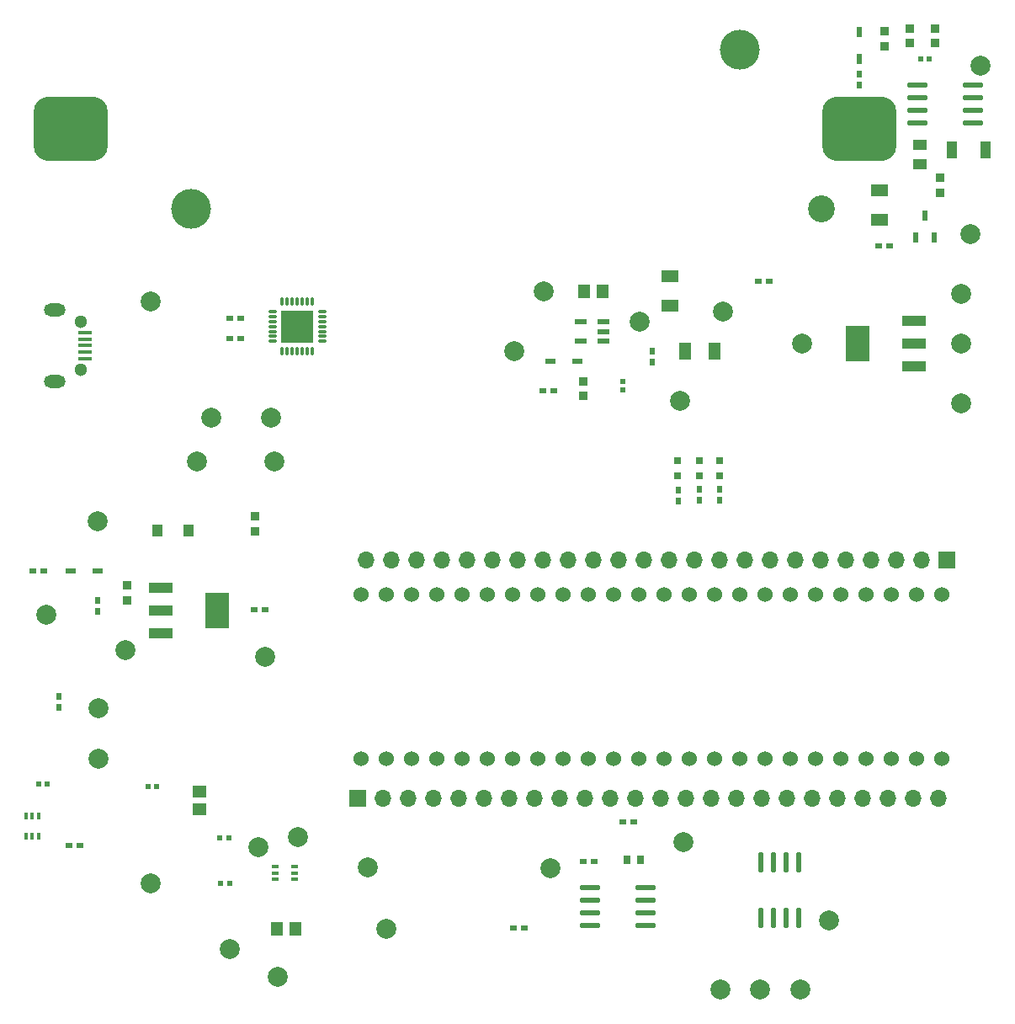
<source format=gts>
%TF.GenerationSoftware,KiCad,Pcbnew,(7.0.0)*%
%TF.CreationDate,2023-04-03T13:20:19+02:00*%
%TF.ProjectId,SCHEMATICS,53434845-4d41-4544-9943-532e6b696361,rev?*%
%TF.SameCoordinates,Original*%
%TF.FileFunction,Soldermask,Top*%
%TF.FilePolarity,Negative*%
%FSLAX46Y46*%
G04 Gerber Fmt 4.6, Leading zero omitted, Abs format (unit mm)*
G04 Created by KiCad (PCBNEW (7.0.0)) date 2023-04-03 13:20:19*
%MOMM*%
%LPD*%
G01*
G04 APERTURE LIST*
G04 Aperture macros list*
%AMRoundRect*
0 Rectangle with rounded corners*
0 $1 Rounding radius*
0 $2 $3 $4 $5 $6 $7 $8 $9 X,Y pos of 4 corners*
0 Add a 4 corners polygon primitive as box body*
4,1,4,$2,$3,$4,$5,$6,$7,$8,$9,$2,$3,0*
0 Add four circle primitives for the rounded corners*
1,1,$1+$1,$2,$3*
1,1,$1+$1,$4,$5*
1,1,$1+$1,$6,$7*
1,1,$1+$1,$8,$9*
0 Add four rect primitives between the rounded corners*
20,1,$1+$1,$2,$3,$4,$5,0*
20,1,$1+$1,$4,$5,$6,$7,0*
20,1,$1+$1,$6,$7,$8,$9,0*
20,1,$1+$1,$8,$9,$2,$3,0*%
G04 Aperture macros list end*
%ADD10R,0.700000X0.600000*%
%ADD11C,2.000000*%
%ADD12R,1.450000X1.150000*%
%ADD13C,1.524000*%
%ADD14R,1.207518X1.701016*%
%ADD15R,0.600000X0.700000*%
%ADD16R,1.400000X0.400000*%
%ADD17C,1.300000*%
%ADD18O,2.200000X1.300000*%
%ADD19R,0.565659X0.540005*%
%ADD20R,0.350013X0.780010*%
%ADD21R,1.100000X1.700000*%
%ADD22R,0.864008X0.806477*%
%ADD23R,0.540005X0.565659*%
%ADD24R,1.000000X0.600000*%
%ADD25R,0.970000X0.920000*%
%ADD26R,1.156998X0.489992*%
%ADD27R,1.175006X0.489992*%
%ADD28R,1.000000X1.200000*%
%ADD29R,0.532004X1.070003*%
%ADD30R,2.470003X0.980010*%
%ADD31R,2.470003X3.600000*%
%ADD32R,0.800000X0.800000*%
%ADD33R,0.800000X0.900000*%
%ADD34R,1.377013X1.132537*%
%ADD35R,1.701016X1.207518*%
%ADD36O,0.588011X2.045009*%
%ADD37O,2.045009X0.588011*%
%ADD38R,1.150000X1.450000*%
%ADD39R,0.600000X1.000000*%
%ADD40R,1.700000X1.700000*%
%ADD41O,1.700000X1.700000*%
%ADD42C,4.000000*%
%ADD43C,2.700000*%
%ADD44RoundRect,1.625000X-2.125000X-1.625000X2.125000X-1.625000X2.125000X1.625000X-2.125000X1.625000X0*%
%ADD45O,0.900000X0.280010*%
%ADD46O,0.280010X0.900000*%
%ADD47R,3.200000X3.200000*%
%ADD48R,0.780010X0.350013*%
G04 APERTURE END LIST*
D10*
%TO.C,R33*%
X147978915Y-133068503D03*
X149078915Y-133068503D03*
%TD*%
D11*
%TO.C,TP8*%
X116969711Y-92799975D03*
%TD*%
%TO.C,TP24*%
X104499111Y-76750000D03*
%TD*%
D12*
%TO.C,C4*%
X109409999Y-127829999D03*
X109409999Y-126029999D03*
%TD*%
D11*
%TO.C,TP36*%
X126306274Y-133612033D03*
%TD*%
%TO.C,TP4*%
X153726500Y-78753538D03*
%TD*%
D10*
%TO.C,R28*%
X112477999Y-78422253D03*
X113577999Y-78422253D03*
%TD*%
D13*
%TO.C,U8*%
X184126500Y-106193500D03*
X181586500Y-106193500D03*
X179046500Y-106193500D03*
X176506500Y-106193500D03*
X173966500Y-106193500D03*
X171426500Y-106193500D03*
X168886500Y-106193500D03*
X166346500Y-106193500D03*
X163806500Y-106193500D03*
X161266500Y-106193500D03*
X158726500Y-106193500D03*
X156186500Y-106193500D03*
X153646500Y-106193500D03*
X151106500Y-106193500D03*
X148566500Y-106193500D03*
X146026500Y-106193500D03*
X143486500Y-106193500D03*
X140946500Y-106193500D03*
X138406500Y-106193500D03*
X135866500Y-106193500D03*
X133326500Y-106193500D03*
X130786500Y-106193500D03*
X128246500Y-106193500D03*
X125706500Y-106193500D03*
X125706500Y-122703500D03*
X128246500Y-122703500D03*
X130786500Y-122703500D03*
X133326500Y-122703500D03*
X135866500Y-122703500D03*
X138406500Y-122703500D03*
X140946500Y-122703500D03*
X143486500Y-122703500D03*
X146026500Y-122703500D03*
X148566500Y-122703500D03*
X151106500Y-122703500D03*
X153646500Y-122703500D03*
X156186500Y-122703500D03*
X158726500Y-122703500D03*
X161266500Y-122703500D03*
X163806500Y-122703500D03*
X166346500Y-122703500D03*
X168886500Y-122703500D03*
X171426500Y-122703500D03*
X173966500Y-122703500D03*
X176506500Y-122703500D03*
X179046500Y-122703500D03*
X181586500Y-122703500D03*
X184126500Y-122703500D03*
%TD*%
D11*
%TO.C,TP3*%
X144033840Y-75753538D03*
%TD*%
%TO.C,TP31*%
X187000000Y-70000000D03*
%TD*%
%TO.C,TP35*%
X169821496Y-145931084D03*
%TD*%
D14*
%TO.C,R22*%
X158247708Y-81703499D03*
X161205290Y-81703499D03*
%TD*%
D10*
%TO.C,R24*%
X165626499Y-74703499D03*
X166726499Y-74703499D03*
%TD*%
D15*
%TO.C,R17*%
X95249999Y-117569999D03*
X95249999Y-116469999D03*
%TD*%
D16*
%TO.C,MicroXNJ1*%
X97871729Y-79874967D03*
X97871729Y-80524955D03*
X97871729Y-81174942D03*
X97871729Y-81824929D03*
X97871729Y-82474917D03*
D17*
X97499111Y-83599886D03*
D18*
X94829057Y-84774891D03*
X94829057Y-77574993D03*
D17*
X97499111Y-78750000D03*
%TD*%
D19*
%TO.C,R40*%
X182804816Y-52323999D03*
X181939182Y-52323999D03*
%TD*%
D20*
%TO.C,U3*%
X93249999Y-128490015D03*
X92600012Y-128490015D03*
X91950025Y-128490015D03*
X91950025Y-130469999D03*
X92600012Y-130469999D03*
X93249999Y-130469999D03*
%TD*%
D11*
%TO.C,TP16*%
X117306274Y-144612033D03*
%TD*%
%TO.C,TP32*%
X172726500Y-138931084D03*
%TD*%
D10*
%TO.C,R14*%
X177715999Y-71119999D03*
X178815999Y-71119999D03*
%TD*%
%TO.C,R5*%
X92649999Y-103799974D03*
X93749999Y-103799974D03*
%TD*%
D15*
%TO.C,R15*%
X175767999Y-54947999D03*
X175767999Y-53847999D03*
%TD*%
D11*
%TO.C,TP20*%
X162033840Y-77753538D03*
%TD*%
D21*
%TO.C,D3*%
X188467999Y-61467999D03*
X185067949Y-61467999D03*
%TD*%
D22*
%TO.C,R9*%
X178307999Y-49538633D03*
X178307999Y-51045365D03*
%TD*%
D23*
%TO.C,R3*%
X152033839Y-85619171D03*
X152033839Y-84753537D03*
%TD*%
D11*
%TO.C,TP5*%
X94000000Y-108250000D03*
%TD*%
%TO.C,TP29*%
X186000000Y-76000000D03*
%TD*%
%TO.C,TP17*%
X115306274Y-131612033D03*
%TD*%
D19*
%TO.C,R21*%
X111481190Y-130632007D03*
X112346824Y-130632007D03*
%TD*%
D11*
%TO.C,TP28*%
X186000000Y-81000000D03*
%TD*%
%TO.C,TP33*%
X161821496Y-145931084D03*
%TD*%
D15*
%TO.C,R31*%
X157586499Y-95703499D03*
X157586499Y-96803499D03*
%TD*%
D24*
%TO.C,D4*%
X96469799Y-103799974D03*
X99169799Y-103799974D03*
%TD*%
D25*
%TO.C,C3*%
X114969710Y-98299974D03*
X114969710Y-99849974D03*
%TD*%
D11*
%TO.C,TP14*%
X99250000Y-117670000D03*
%TD*%
D10*
%TO.C,R7*%
X114949999Y-107749999D03*
X116049999Y-107749999D03*
%TD*%
D22*
%TO.C,R2*%
X148033839Y-84753537D03*
X148033839Y-86260269D03*
%TD*%
D26*
%TO.C,TP4054-42-SOT25R1*%
X150033839Y-80703499D03*
X150033839Y-79753537D03*
X150033839Y-78803575D03*
D27*
X147726499Y-78803575D03*
X147726499Y-80703499D03*
%TD*%
D11*
%TO.C,TP6*%
X109169800Y-92799975D03*
%TD*%
D10*
%TO.C,R26*%
X112477999Y-80422253D03*
X113577999Y-80422253D03*
%TD*%
D19*
%TO.C,R20*%
X111556373Y-135204007D03*
X112422007Y-135204007D03*
%TD*%
D28*
%TO.C,D2*%
X105169799Y-99799974D03*
X108269621Y-99799974D03*
%TD*%
D11*
%TO.C,TP21*%
X157726500Y-86703500D03*
%TD*%
%TO.C,TP12*%
X186000000Y-87000000D03*
%TD*%
D10*
%TO.C,R32*%
X153078915Y-129068503D03*
X151978915Y-129068503D03*
%TD*%
D29*
%TO.C,Q1*%
X181422037Y-70342002D03*
X183321960Y-70342002D03*
X182371999Y-68071999D03*
%TD*%
D10*
%TO.C,R1*%
X145033839Y-85753537D03*
X143933839Y-85753537D03*
%TD*%
%TO.C,R34*%
X140988915Y-139768503D03*
X142088915Y-139768503D03*
%TD*%
D11*
%TO.C,TP22*%
X116578000Y-88422254D03*
%TD*%
D30*
%TO.C,REF2*%
X181264700Y-83282188D03*
X181264700Y-80982213D03*
X181264700Y-78682238D03*
D31*
X175594900Y-80982213D03*
%TD*%
D11*
%TO.C,TP30*%
X188000000Y-53000000D03*
%TD*%
D15*
%TO.C,R4*%
X154999999Y-81753537D03*
X154999999Y-82853537D03*
%TD*%
D11*
%TO.C,TP10*%
X99169800Y-98799975D03*
%TD*%
D32*
%TO.C,D6*%
X161726499Y-92703499D03*
X161733357Y-94302433D03*
%TD*%
D11*
%TO.C,TP27*%
X144726500Y-133703500D03*
%TD*%
D33*
%TO.C,C6*%
X152378890Y-132848528D03*
X153778940Y-132848528D03*
%TD*%
D11*
%TO.C,TP34*%
X165821496Y-145931084D03*
%TD*%
D10*
%TO.C,R16*%
X97349999Y-131469999D03*
X96249999Y-131469999D03*
%TD*%
D19*
%TO.C,R18*%
X105115633Y-125469999D03*
X104249999Y-125469999D03*
%TD*%
D34*
%TO.C,R13*%
X181863999Y-60975999D03*
X181863999Y-62975999D03*
%TD*%
D11*
%TO.C,TP23*%
X110578000Y-88422254D03*
%TD*%
D35*
%TO.C,R12*%
X177799999Y-68489581D03*
X177799999Y-65531999D03*
%TD*%
D36*
%TO.C,U7*%
X169726499Y-133158667D03*
X168456496Y-133158667D03*
X167186494Y-133158667D03*
X165916491Y-133158667D03*
X165916491Y-138703499D03*
X167186494Y-138703499D03*
X168456496Y-138703499D03*
X169726499Y-138703499D03*
%TD*%
D11*
%TO.C,TP15*%
X99250000Y-122750000D03*
%TD*%
%TO.C,TP18*%
X128170008Y-139776008D03*
%TD*%
D15*
%TO.C,R29*%
X161726499Y-95603499D03*
X161726499Y-96703499D03*
%TD*%
D30*
%TO.C,REF1*%
X105499999Y-105499999D03*
X105499999Y-107799974D03*
X105499999Y-110099949D03*
D31*
X111169799Y-107799974D03*
%TD*%
D35*
%TO.C,R23*%
X156726499Y-74224708D03*
X156726499Y-77182290D03*
%TD*%
D11*
%TO.C,TP19*%
X104500000Y-135250000D03*
%TD*%
D22*
%TO.C,R8*%
X183387999Y-49275999D03*
X183387999Y-50782731D03*
%TD*%
D24*
%TO.C,D1*%
X144683839Y-82753537D03*
X147383839Y-82753537D03*
%TD*%
D11*
%TO.C,TP9*%
X141033840Y-81753538D03*
%TD*%
%TO.C,TP1*%
X112422008Y-141808008D03*
%TD*%
%TO.C,TP7*%
X102000000Y-111750000D03*
%TD*%
D37*
%TO.C,U1*%
X187176415Y-58801003D03*
X187176415Y-57531000D03*
X187176415Y-56260998D03*
X187176415Y-54990995D03*
X181631583Y-54990995D03*
X181631583Y-56260998D03*
X181631583Y-57531000D03*
X181631583Y-58801003D03*
%TD*%
D25*
%TO.C,C2*%
X102169799Y-105249974D03*
X102169799Y-106799974D03*
%TD*%
D15*
%TO.C,R30*%
X159726499Y-95603499D03*
X159726499Y-96703499D03*
%TD*%
D11*
%TO.C,TP13*%
X116000000Y-112500000D03*
%TD*%
D22*
%TO.C,R11*%
X183895999Y-64270633D03*
X183895999Y-65777365D03*
%TD*%
D38*
%TO.C,C1*%
X148133839Y-75753537D03*
X149933839Y-75753537D03*
%TD*%
D19*
%TO.C,R19*%
X94115633Y-125289999D03*
X93249999Y-125289999D03*
%TD*%
D11*
%TO.C,TP2*%
X119306274Y-130612033D03*
%TD*%
D39*
%TO.C,D5*%
X175767999Y-52323999D03*
X175767999Y-49623999D03*
%TD*%
D15*
%TO.C,R6*%
X99169799Y-106799974D03*
X99169799Y-107899974D03*
%TD*%
D11*
%TO.C,TP26*%
X158078916Y-131068504D03*
%TD*%
D38*
%TO.C,C5*%
X117226007Y-139776007D03*
X119026007Y-139776007D03*
%TD*%
D11*
%TO.C,TP11*%
X170000000Y-81000000D03*
%TD*%
D40*
%TO.C,J2*%
X125306499Y-126703499D03*
D41*
X127846499Y-126703499D03*
X130386499Y-126703499D03*
X132926499Y-126703499D03*
X135466499Y-126703499D03*
X138006499Y-126703499D03*
X140546499Y-126703499D03*
X143086499Y-126703499D03*
X145626499Y-126703499D03*
X148166499Y-126703499D03*
X150706499Y-126703499D03*
X153246499Y-126703499D03*
X155786499Y-126703499D03*
X158326499Y-126703499D03*
X160866499Y-126703499D03*
X163406499Y-126703499D03*
X165946499Y-126703499D03*
X168486499Y-126703499D03*
X171026499Y-126703499D03*
X173566499Y-126703499D03*
X176106499Y-126703499D03*
X178646499Y-126703499D03*
X181186499Y-126703499D03*
X183726499Y-126703499D03*
%TD*%
D42*
%TO.C,U9*%
X108544000Y-67419000D03*
X163744000Y-51419000D03*
D43*
X171964000Y-67419000D03*
D44*
X175794000Y-59419000D03*
X96494000Y-59419000D03*
%TD*%
D32*
%TO.C,D8*%
X157515641Y-92703499D03*
X157522499Y-94302433D03*
%TD*%
D45*
%TO.C,IC1*%
X116749999Y-77748729D03*
X116749999Y-78249110D03*
X116749999Y-78749491D03*
X116749999Y-79249872D03*
X116749999Y-79750253D03*
X116749999Y-80250634D03*
X116749999Y-80751015D03*
D46*
X117748729Y-81749999D03*
X118249110Y-81749999D03*
X118749491Y-81749999D03*
X119249872Y-81749999D03*
X119750253Y-81749999D03*
X120250634Y-81749999D03*
X120751015Y-81749999D03*
D45*
X121749999Y-80751015D03*
X121749999Y-80250634D03*
X121749999Y-79750253D03*
X121749999Y-79249872D03*
X121749999Y-78749491D03*
X121749999Y-78249110D03*
X121749999Y-77748729D03*
D46*
X120751015Y-76749999D03*
X120250634Y-76749999D03*
X119750253Y-76749999D03*
X119249872Y-76749999D03*
X118749491Y-76749999D03*
X118249110Y-76749999D03*
X117748729Y-76749999D03*
D47*
X119249872Y-79249872D03*
%TD*%
D40*
%TO.C,J1*%
X184586499Y-102703499D03*
D41*
X182046499Y-102703499D03*
X179506499Y-102703499D03*
X176966499Y-102703499D03*
X174426499Y-102703499D03*
X171886499Y-102703499D03*
X169346499Y-102703499D03*
X166806499Y-102703499D03*
X164266499Y-102703499D03*
X161726499Y-102703499D03*
X159186499Y-102703499D03*
X156646499Y-102703499D03*
X154106499Y-102703499D03*
X151566499Y-102703499D03*
X149026499Y-102703499D03*
X146486499Y-102703499D03*
X143946499Y-102703499D03*
X141406499Y-102703499D03*
X138866499Y-102703499D03*
X136326499Y-102703499D03*
X133786499Y-102703499D03*
X131246499Y-102703499D03*
X128706499Y-102703499D03*
X126166499Y-102703499D03*
%TD*%
D22*
%TO.C,R10*%
X180847999Y-50782731D03*
X180847999Y-49275999D03*
%TD*%
D32*
%TO.C,D7*%
X159726499Y-92703499D03*
X159733357Y-94302433D03*
%TD*%
D48*
%TO.C,U5*%
X118999999Y-134837994D03*
X118999999Y-134188007D03*
X118999999Y-133538020D03*
X117020015Y-133538020D03*
X117020015Y-134188007D03*
X117020015Y-134837994D03*
%TD*%
D37*
%TO.C,U6*%
X154271331Y-139513507D03*
X154271331Y-138243504D03*
X154271331Y-136973502D03*
X154271331Y-135703499D03*
X148726499Y-135703499D03*
X148726499Y-136973502D03*
X148726499Y-138243504D03*
X148726499Y-139513507D03*
%TD*%
M02*

</source>
